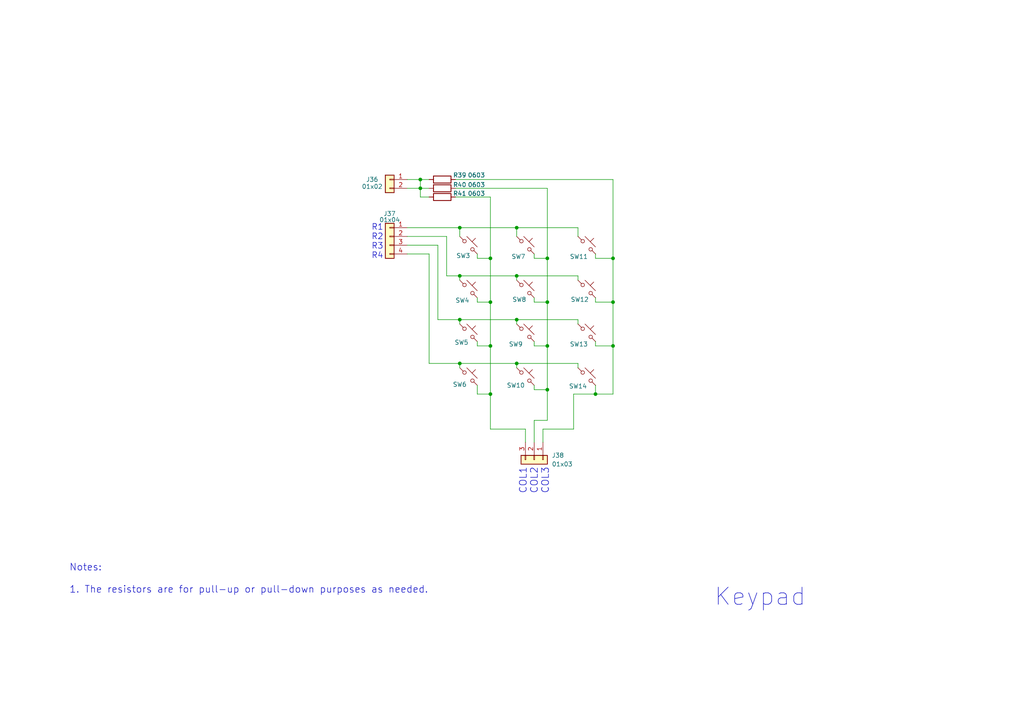
<source format=kicad_sch>
(kicad_sch (version 20231120) (generator "eeschema") (generator_version "8.0")
  (paper "A4")
  (title_block (title "ProtoConn Schematics") (date "2024-12-01") (rev "1") (company "@pakequis"))
  (lib_symbols
    (symbol "Connector_Generic:Conn_01x02" (pin_names (offset 1.016) hide)
      (property "Reference" "J" (at 0 2.54 0))
      (property "Value" "Conn_01x02" (at 0 -5.08 0))
      (symbol "Conn_01x02_1_1"
        (rectangle (start -1.27 -2.413) (end 0 -2.667) (stroke (width 0.1524)))
        (rectangle (start -1.27 0.127) (end 0 -0.127) (stroke (width 0.1524)))
        (rectangle (start -1.27 1.27) (end 1.27 -3.81) (stroke (width 0.254)) (fill (type background)))
        (pin passive line (at -5.08 0 0) (length 3.81) (name "Pin_1") (number "1"))
        (pin passive line (at -5.08 -2.54 0) (length 3.81) (name "Pin_2") (number "2"))
      )
    )
    (symbol "Connector_Generic:Conn_01x03" (pin_names (offset 1.016) hide)
      (property "Reference" "J" (at 0 5.08 0))
      (property "Value" "Conn_01x03" (at 0 -5.08 0))
      (symbol "Conn_01x03_1_1"
        (rectangle (start -1.27 -2.413) (end 0 -2.667) (stroke (width 0.1524)))
        (rectangle (start -1.27 0.127) (end 0 -0.127) (stroke (width 0.1524)))
        (rectangle (start -1.27 2.667) (end 0 2.413) (stroke (width 0.1524)))
        (rectangle (start -1.27 3.81) (end 1.27 -3.81) (stroke (width 0.254)) (fill (type background)))
        (pin passive line (at -5.08 2.54 0) (length 3.81) (name "Pin_1") (number "1"))
        (pin passive line (at -5.08 0 0) (length 3.81) (name "Pin_2") (number "2"))
        (pin passive line (at -5.08 -2.54 0) (length 3.81) (name "Pin_3") (number "3"))
      )
    )
    (symbol "Connector_Generic:Conn_01x04" (pin_names (offset 1.016) hide)
      (property "Reference" "J" (at 0 5.08 0))
      (property "Value" "Conn_01x04" (at 0 -7.62 0))
      (symbol "Conn_01x04_1_1"
        (rectangle (start -1.27 -4.953) (end 0 -5.207) (stroke (width 0.1524)))
        (rectangle (start -1.27 -2.413) (end 0 -2.667) (stroke (width 0.1524)))
        (rectangle (start -1.27 0.127) (end 0 -0.127) (stroke (width 0.1524)))
        (rectangle (start -1.27 2.667) (end 0 2.413) (stroke (width 0.1524)))
        (rectangle (start -1.27 3.81) (end 1.27 -6.35) (stroke (width 0.254)) (fill (type background)))
        (pin passive line (at -5.08 2.54 0) (length 3.81) (name "Pin_1") (number "1"))
        (pin passive line (at -5.08 0 0) (length 3.81) (name "Pin_2") (number "2"))
        (pin passive line (at -5.08 -2.54 0) (length 3.81) (name "Pin_3") (number "3"))
        (pin passive line (at -5.08 -5.08 0) (length 3.81) (name "Pin_4") (number "4"))
      )
    )
    (symbol "Device:R" (pin_numbers hide) (pin_names (offset 0))
      (property "Reference" "R" (at 2.032 0 90))
      (property "Value" "R" (at 0 0 90))
      (symbol "R_0_1"
        (rectangle (start -1.016 -2.54) (end 1.016 2.54) (stroke (width 0.254)))
      )
      (symbol "R_1_1"
        (pin passive line (at 0 3.81 270) (length 1.27) (name "~") (number "1"))
        (pin passive line (at 0 -3.81 90) (length 1.27) (name "~") (number "2"))
      )
    )
    (symbol "Switch:SW_Push_45deg" (pin_numbers hide) (pin_names (offset 1.016) hide)
      (property "Reference" "SW" (at 3.048 1.016 0))
      (property "Value" "SW_Push_45deg" (at 0 -3.81 0))
      (symbol "SW_Push_45deg_0_1"
        (circle (center -1.1684 1.1684) (radius 0.508))
        (polyline (pts (xy -0.508 2.54) (xy 2.54 -0.508)))
        (polyline (pts (xy 1.016 1.016) (xy 2.032 2.032)))
        (polyline (pts (xy -2.54 2.54) (xy -1.524 1.524) (xy -1.524 1.524)))
        (polyline (pts (xy 1.524 -1.524) (xy 2.54 -2.54) (xy 2.54 -2.54) (xy 2.54 -2.54)))
        (circle (center 1.143 -1.1938) (radius 0.508))
        (pin passive line (at -2.54 2.54 0) (length 0) (name "1") (number "1"))
        (pin passive line (at 2.54 -2.54 180) (length 0) (name "2") (number "2"))
      )
    )
  )
  (junction (at 149.86 66.04))
  (junction (at 121.92 54.61))
  (junction (at 172.72 114.3))
  (junction (at 142.24 74.93))
  (junction (at 142.24 87.63))
  (junction (at 177.8 100.33))
  (junction (at 158.75 74.93))
  (junction (at 142.24 100.33))
  (junction (at 158.75 87.63))
  (junction (at 133.35 66.04))
  (junction (at 158.75 113.03))
  (junction (at 133.35 92.71))
  (junction (at 158.75 100.33))
  (junction (at 177.8 87.63))
  (junction (at 133.35 105.41))
  (junction (at 121.92 52.07))
  (junction (at 149.86 92.71))
  (junction (at 142.24 114.3))
  (junction (at 149.86 105.41))
  (junction (at 149.86 80.01))
  (junction (at 177.8 74.93))
  (junction (at 133.35 80.01))
  (wire (pts (xy 118.11 66.04) (xy 133.35 66.04)))
  (wire (pts (xy 177.8 100.33) (xy 177.8 87.63)))
  (wire (pts (xy 127 71.12) (xy 127 92.71)))
  (wire (pts (xy 129.54 68.58) (xy 129.54 80.01)))
  (wire (pts (xy 138.43 73.66) (xy 138.43 74.93)))
  (wire (pts (xy 138.43 87.63) (xy 142.24 87.63)))
  (wire (pts (xy 167.64 80.01) (xy 167.64 81.28)))
  (wire (pts (xy 121.92 54.61) (xy 124.46 54.61)))
  (wire (pts (xy 133.35 80.01) (xy 149.86 80.01)))
  (wire (pts (xy 129.54 80.01) (xy 133.35 80.01)))
  (wire (pts (xy 172.72 100.33) (xy 177.8 100.33)))
  (wire (pts (xy 133.35 80.01) (xy 133.35 81.28)))
  (wire (pts (xy 124.46 52.07) (xy 121.92 52.07)))
  (wire (pts (xy 118.11 52.07) (xy 121.92 52.07)))
  (wire (pts (xy 142.24 124.46) (xy 142.24 114.3)))
  (wire (pts (xy 138.43 100.33) (xy 142.24 100.33)))
  (wire (pts (xy 133.35 92.71) (xy 133.35 93.98)))
  (wire (pts (xy 172.72 74.93) (xy 172.72 73.66)))
  (wire (pts (xy 138.43 99.06) (xy 138.43 100.33)))
  (wire (pts (xy 172.72 86.36) (xy 172.72 87.63)))
  (wire (pts (xy 177.8 114.3) (xy 177.8 100.33)))
  (wire (pts (xy 154.94 121.92) (xy 154.94 128.27)))
  (wire (pts (xy 127 92.71) (xy 133.35 92.71)))
  (wire (pts (xy 149.86 80.01) (xy 149.86 81.28)))
  (wire (pts (xy 121.92 52.07) (xy 121.92 54.61)))
  (wire (pts (xy 149.86 92.71) (xy 167.64 92.71)))
  (wire (pts (xy 154.94 113.03) (xy 158.75 113.03)))
  (wire (pts (xy 124.46 105.41) (xy 133.35 105.41)))
  (wire (pts (xy 158.75 74.93) (xy 154.94 74.93)))
  (wire (pts (xy 118.11 68.58) (xy 129.54 68.58)))
  (wire (pts (xy 166.37 124.46) (xy 166.37 114.3)))
  (wire (pts (xy 149.86 80.01) (xy 167.64 80.01)))
  (wire (pts (xy 133.35 105.41) (xy 133.35 106.68)))
  (wire (pts (xy 158.75 100.33) (xy 158.75 87.63)))
  (wire (pts (xy 132.08 57.15) (xy 142.24 57.15)))
  (wire (pts (xy 167.64 105.41) (xy 167.64 106.68)))
  (wire (pts (xy 132.08 54.61) (xy 158.75 54.61)))
  (wire (pts (xy 154.94 86.36) (xy 154.94 87.63)))
  (wire (pts (xy 177.8 87.63) (xy 177.8 74.93)))
  (wire (pts (xy 154.94 87.63) (xy 158.75 87.63)))
  (wire (pts (xy 177.8 74.93) (xy 172.72 74.93)))
  (wire (pts (xy 138.43 114.3) (xy 138.43 111.76)))
  (wire (pts (xy 138.43 86.36) (xy 138.43 87.63)))
  (wire (pts (xy 158.75 121.92) (xy 158.75 113.03)))
  (wire (pts (xy 154.94 100.33) (xy 158.75 100.33)))
  (wire (pts (xy 166.37 124.46) (xy 157.48 124.46)))
  (wire (pts (xy 118.11 71.12) (xy 127 71.12)))
  (wire (pts (xy 177.8 52.07) (xy 177.8 74.93)))
  (wire (pts (xy 118.11 73.66) (xy 124.46 73.66)))
  (wire (pts (xy 149.86 105.41) (xy 167.64 105.41)))
  (wire (pts (xy 142.24 57.15) (xy 142.24 74.93)))
  (wire (pts (xy 149.86 66.04) (xy 167.64 66.04)))
  (wire (pts (xy 152.4 128.27) (xy 152.4 124.46)))
  (wire (pts (xy 142.24 100.33) (xy 142.24 114.3)))
  (wire (pts (xy 172.72 111.76) (xy 172.72 114.3)))
  (wire (pts (xy 172.72 99.06) (xy 172.72 100.33)))
  (wire (pts (xy 118.11 54.61) (xy 121.92 54.61)))
  (wire (pts (xy 133.35 92.71) (xy 149.86 92.71)))
  (wire (pts (xy 142.24 74.93) (xy 142.24 87.63)))
  (wire (pts (xy 133.35 66.04) (xy 133.35 68.58)))
  (wire (pts (xy 167.64 92.71) (xy 167.64 93.98)))
  (wire (pts (xy 149.86 92.71) (xy 149.86 93.98)))
  (wire (pts (xy 154.94 111.76) (xy 154.94 113.03)))
  (wire (pts (xy 121.92 54.61) (xy 121.92 57.15)))
  (wire (pts (xy 154.94 99.06) (xy 154.94 100.33)))
  (wire (pts (xy 142.24 114.3) (xy 138.43 114.3)))
  (wire (pts (xy 158.75 113.03) (xy 158.75 100.33)))
  (wire (pts (xy 172.72 114.3) (xy 177.8 114.3)))
  (wire (pts (xy 124.46 73.66) (xy 124.46 105.41)))
  (wire (pts (xy 142.24 87.63) (xy 142.24 100.33)))
  (wire (pts (xy 132.08 52.07) (xy 177.8 52.07)))
  (wire (pts (xy 121.92 57.15) (xy 124.46 57.15)))
  (wire (pts (xy 158.75 121.92) (xy 154.94 121.92)))
  (wire (pts (xy 152.4 124.46) (xy 142.24 124.46)))
  (wire (pts (xy 167.64 66.04) (xy 167.64 68.58)))
  (wire (pts (xy 157.48 124.46) (xy 157.48 128.27)))
  (wire (pts (xy 149.86 66.04) (xy 149.86 68.58)))
  (wire (pts (xy 133.35 105.41) (xy 149.86 105.41)))
  (wire (pts (xy 138.43 74.93) (xy 142.24 74.93)))
  (wire (pts (xy 172.72 87.63) (xy 177.8 87.63)))
  (wire (pts (xy 166.37 114.3) (xy 172.72 114.3)))
  (wire (pts (xy 133.35 66.04) (xy 149.86 66.04)))
  (wire (pts (xy 149.86 105.41) (xy 149.86 106.68)))
  (wire (pts (xy 158.75 54.61) (xy 158.75 74.93)))
  (wire (pts (xy 154.94 73.66) (xy 154.94 74.93)))
  (wire (pts (xy 158.75 87.63) (xy 158.75 74.93)))
  (text "COL1\nCOL2\nCOL3" (at 154.94 139.446 90) (effects (font (size 2 2))))
  (text "R1\nR2\nR3\nR4" (at 109.474 70.104 0) (effects (font (size 1.7 1.7))))
  (text "Notes:\n\n1. The resistors are for pull-up or pull-down purposes as needed." (at 20.066 167.894 0) (effects (font (size 2 2)) (justify left)))
  (text "Keypad" (at 220.472 173.228 0) (effects (font (size 5 5))))
  (symbol (lib_id "Switch:SW_Push_45deg") (at 152.4 96.52 0) (unit 1)
    (property "Reference" "SW9" (at 149.606 99.822 0))
    (property "Value" "SW_Push_45deg" (effects (hide yes)))
    (property "Footprint" "Button_Switch_THT:SW_PUSH_6mm" (effects (hide yes)))
    (property "Description" "Push button switch, normally open, two pins, 45° tilted" (effects (hide yes)))
  )
  (symbol (lib_id "Switch:SW_Push_45deg") (at 135.89 109.22 0) (unit 1)
    (property "Reference" "SW6" (at 133.35 111.506 0))
    (property "Value" "SW_Push_45deg" (effects (hide yes)))
    (property "Footprint" "Button_Switch_THT:SW_PUSH_6mm" (effects (hide yes)))
    (property "Description" "Push button switch, normally open, two pins, 45° tilted" (effects (hide yes)))
  )
  (symbol (lib_id "Device:R") (at 128.27 52.07 90) (unit 1)
    (property "Reference" "R39" (at 133.35 50.8 90))
    (property "Value" "0603" (at 138.176 50.8 90))
    (property "Footprint" "Resistor_SMD:R_0603_1608Metric_Pad0.98x0.95mm_HandSolder" (effects (hide yes)))
    (property "Description" "Resistor" (effects (hide yes)))
  )
  (symbol (lib_id "Switch:SW_Push_45deg") (at 170.18 83.82 0) (unit 1)
    (property "Reference" "SW12" (at 168.148 86.868 0))
    (property "Value" "SW_Push_45deg" (effects (hide yes)))
    (property "Footprint" "Button_Switch_THT:SW_PUSH_6mm" (effects (hide yes)))
    (property "Description" "Push button switch, normally open, two pins, 45° tilted" (effects (hide yes)))
  )
  (symbol (lib_id "Switch:SW_Push_45deg") (at 135.89 83.82 0) (unit 1)
    (property "Reference" "SW4" (at 134.112 87.122 0))
    (property "Value" "SW_Push_45deg" (effects (hide yes)))
    (property "Footprint" "Button_Switch_THT:SW_PUSH_6mm" (effects (hide yes)))
    (property "Description" "Push button switch, normally open, two pins, 45° tilted" (effects (hide yes)))
  )
  (symbol (lib_id "Switch:SW_Push_45deg") (at 135.89 71.12 0) (unit 1)
    (property "Reference" "SW3" (at 134.366 74.168 0))
    (property "Value" "SW_Push_45deg" (effects (hide yes)))
    (property "Footprint" "Button_Switch_THT:SW_PUSH_6mm" (effects (hide yes)))
    (property "Description" "Push button switch, normally open, two pins, 45° tilted" (effects (hide yes)))
  )
  (symbol (lib_id "Switch:SW_Push_45deg") (at 135.89 96.52 0) (unit 1)
    (property "Reference" "SW5" (at 133.858 99.314 0))
    (property "Value" "SW_Push_45deg" (effects (hide yes)))
    (property "Footprint" "Button_Switch_THT:SW_PUSH_6mm" (effects (hide yes)))
    (property "Description" "Push button switch, normally open, two pins, 45° tilted" (effects (hide yes)))
  )
  (symbol (lib_id "Device:R") (at 128.27 57.15 90) (unit 1)
    (property "Reference" "R41" (at 133.35 56.134 90))
    (property "Value" "0603" (at 138.176 56.134 90))
    (property "Footprint" "Resistor_SMD:R_0603_1608Metric_Pad0.98x0.95mm_HandSolder" (effects (hide yes)))
    (property "Description" "Resistor" (effects (hide yes)))
  )
  (symbol (lib_id "Connector_Generic:Conn_01x02") (at 113.03 52.07 0) (mirror y) (unit 1)
    (property "Reference" "J36" (at 107.95 52.07 0))
    (property "Value" "01x02" (at 107.95 54.102 0))
    (property "Footprint" "Connector_PinHeader_2.54mm:PinHeader_1x02_P2.54mm_Vertical" (effects (hide yes)))
    (property "Description" "Generic connector, single row, 01x02, script generated (kicad-library-utils/schlib/autogen/connector/)" (effects (hide yes)))
  )
  (symbol (lib_id "Switch:SW_Push_45deg") (at 170.18 96.52 0) (unit 1)
    (property "Reference" "SW13" (at 167.894 99.822 0))
    (property "Value" "SW_Push_45deg" (effects (hide yes)))
    (property "Footprint" "Button_Switch_THT:SW_PUSH_6mm" (effects (hide yes)))
    (property "Description" "Push button switch, normally open, two pins, 45° tilted" (effects (hide yes)))
  )
  (symbol (lib_id "Switch:SW_Push_45deg") (at 152.4 109.22 0) (unit 1)
    (property "Reference" "SW10" (at 149.606 111.76 0))
    (property "Value" "SW_Push_45deg" (effects (hide yes)))
    (property "Footprint" "Button_Switch_THT:SW_PUSH_6mm" (effects (hide yes)))
    (property "Description" "Push button switch, normally open, two pins, 45° tilted" (effects (hide yes)))
  )
  (symbol (lib_id "Connector_Generic:Conn_01x04") (at 113.03 68.58 0) (mirror y) (unit 1)
    (property "Reference" "J37" (at 114.808 61.976 0) (effects (justify left)))
    (property "Value" "01x04" (at 116.078 63.754 0) (effects (justify left)))
    (property "Footprint" "Connector_PinHeader_2.54mm:PinHeader_1x04_P2.54mm_Vertical" (effects (hide yes)))
    (property "Description" "Generic connector, single row, 01x04, script generated (kicad-library-utils/schlib/autogen/connector/)" (effects (hide yes)))
  )
  (symbol (lib_id "Switch:SW_Push_45deg") (at 152.4 71.12 0) (unit 1)
    (property "Reference" "SW7" (at 150.368 74.422 0))
    (property "Value" "SW_Push_45deg" (effects (hide yes)))
    (property "Footprint" "Button_Switch_THT:SW_PUSH_6mm" (effects (hide yes)))
    (property "Description" "Push button switch, normally open, two pins, 45° tilted" (effects (hide yes)))
  )
  (symbol (lib_id "Switch:SW_Push_45deg") (at 152.4 83.82 0) (unit 1)
    (property "Reference" "SW8" (at 150.622 86.868 0))
    (property "Value" "SW_Push_45deg" (effects (hide yes)))
    (property "Footprint" "Button_Switch_THT:SW_PUSH_6mm" (effects (hide yes)))
    (property "Description" "Push button switch, normally open, two pins, 45° tilted" (effects (hide yes)))
  )
  (symbol (lib_id "Switch:SW_Push_45deg") (at 170.18 109.22 0) (unit 1)
    (property "Reference" "SW14" (at 167.64 112.014 0))
    (property "Value" "SW_Push_45deg" (effects (hide yes)))
    (property "Footprint" "Button_Switch_THT:SW_PUSH_6mm" (effects (hide yes)))
    (property "Description" "Push button switch, normally open, two pins, 45° tilted" (effects (hide yes)))
  )
  (symbol (lib_id "Switch:SW_Push_45deg") (at 170.18 71.12 0) (unit 1)
    (property "Reference" "SW11" (at 167.894 74.422 0))
    (property "Value" "SW_Push_45deg" (effects (hide yes)))
    (property "Footprint" "Button_Switch_THT:SW_PUSH_6mm" (effects (hide yes)))
    (property "Description" "Push button switch, normally open, two pins, 45° tilted" (effects (hide yes)))
  )
  (symbol (lib_id "Connector_Generic:Conn_01x03") (at 154.94 133.35 270) (unit 1)
    (property "Reference" "J38" (at 160.02 132.0799 90) (effects (justify left)))
    (property "Value" "01x03" (at 160.02 134.6199 90) (effects (justify left)))
    (property "Footprint" "Connector_PinSocket_2.54mm:PinSocket_1x03_P2.54mm_Vertical" (effects (hide yes)))
    (property "Description" "Generic connector, single row, 01x03, script generated (kicad-library-utils/schlib/autogen/connector/)" (effects (hide yes)))
  )
  (symbol (lib_id "Device:R") (at 128.27 54.61 90) (unit 1)
    (property "Reference" "R40" (at 133.35 53.594 90))
    (property "Value" "0603" (at 138.176 53.594 90))
    (property "Footprint" "Resistor_SMD:R_0603_1608Metric_Pad0.98x0.95mm_HandSolder" (effects (hide yes)))
    (property "Description" "Resistor" (effects (hide yes)))
  )
)
</source>
